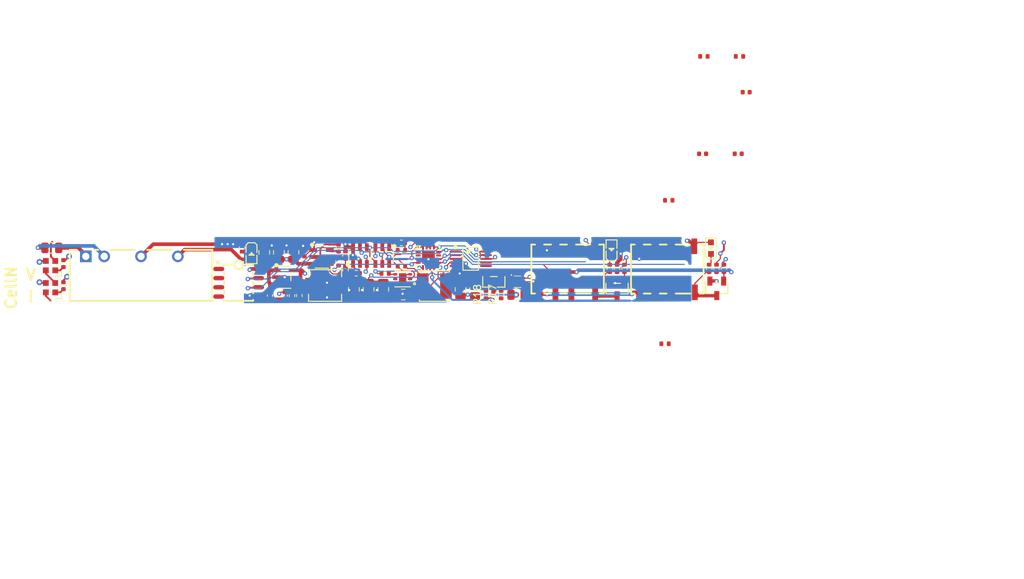
<source format=kicad_pcb>
(kicad_pcb (version 20240108) (generator "pcbnew") (generator_version "8.0")
  (layers (0 "F.Cu" signal) (1 "In1.Cu" signal) (2 "In2.Cu" signal) (31 "B.Cu" signal) (34 "B.Paste" user) (35 "F.Paste" user) (36 "B.SilkS" user "B.Silkscreen") (37 "F.SilkS" user "F.Silkscreen") (38 "B.Mask" user) (39 "F.Mask" user) (44 "Edge.Cuts" user))
  (net 0 "")
  (net 1 "vcc")
  (net 2 "dnc")
  (net 3 "vcc-1")
  (net 4 "gnd")
  (net 5 "gnd-6")
  (net 6 "ldo.regulator-en")
  (net 7 "adc-vcc-1")
  (net 8 "fb")
  (net 9 "adc-vcc")
  (net 10 "vcc-7")
  (net 11 "current_sense.sensor-vcc")
  (net 12 "scl-1")
  (net 13 "sda-1")
  (net 14 "ldo.dac-vout")
  (net 15 "vfb")
  (net 16 "vcc-6")
  (net 17 "buck.regulator-en")
  (net 18 "vbst")
  (net 19 "sw")
  (net 20 "buck.dac-vout")
  (net 21 "dmm_relay.fet-gate")
  (net 22 "dmm_relay.relay-gnd")
  (net 23 "output_relay.fet-gate")
  (net 24 "output_relay.relay-gnd")
  (net 25 "scl")
  (net 26 "sda")
  (net 27 "vcc-3")
  (net 28 "gnd-3")
  (net 29 "load_switch.fet-gate")
  (net 30 "n")
  (net 31 "ldo-enable")
  (net 32 "buck-enable")
  (net 33 "output_relay.indicator_led.resistor-cathode")
  (net 34 "dmm_relay.indicator_led.resistor-cathode")
  (net 35 "isolated_converter.led.resistor-cathode")
  (net 36 "dmm_relay-vcc")
  (net 37 "dmm_relay-gnd")
  (net 38 "p4")
  (net 39 "alert_slash_rdy")
  (net 40 "ain3")
  (net 41 "vcc-2")
  (net 42 "voltage_led.ic-vcc")
  (net 43 "led_data-1")
  (net 44 "gnd-2")
  (net 45 "led_data")
  (net 46 "vcc-5")
  (net 47 "vcc-4")
  (net 48 "out")
  (net 49 "gnd-4")
  (net 50 "gnd-1")
  (net 51 "p0")
  (net 52 "p1")
  (net 53 "dmm_relay_enable")
  (net 54 "input")
  (net 55 "int")
  (net 56 "p7")
  (footprint "lib:C0805" (layer "F.Cu") (at 99.495757 123.043326 -90)
    (property "Reference" "C8" (hide yes))
    (property "Value" "25V 10uF X5R ±10% 0805 Multilayer Ceramic Capacitors MLCC - SMD/SMT ROHS" (hide yes))
  )
  (footprint "lib:IND-SMD_L4.0-W4.0" (layer "F.Cu") (at 110.589385 122.593326)
    (property "Reference" "L2" (hide yes))
    (property "Value" "?" (hide yes))
  )
  (footprint "lib:R0402" (layer "F.Cu") (at 134.7725 120.153092 -90)
    (property "Reference" "R11" (hide yes))
    (property "Value" "62.5mW Thick Film Resistors 50V ±100ppm/℃ ±1% 13kΩ 0402 Chip Resistor - Surface Mount ROHS" (hide yes))
  )
  (footprint "lib:R0402" (layer "F.Cu") (at 97.381825 119.243719 90)
    (property "Reference" "R5" (hide yes))
    (property "Value" "62.5mW Thick Film Resistors 50V ±100ppm/℃ ±1% 10kΩ 0402 Chip Resistor - Surface Mount ROHS" (hide yes))
  )
  (footprint "lib:C0402" (layer "F.Cu") (at 92.666297 118.980787 90)
    (property "Reference" "C5" (hide yes))
    (property "Value" "16V 100nF X7R ±10% 0402 Multilayer Ceramic Capacitors MLCC - SMD/SMT ROHS" (hide yes))
  )
  (footprint "lib:R0805" (layer "F.Cu") (at 122.0725 123.793326)
    (property "Reference" "R10" (hide yes))
    (property "Value" "125mW Thick Film Resistors 150V ±1% 100mΩ 0805 Chip Resistor - Surface Mount ROHS" (hide yes))
  )
  (footprint "lib:R0402" (layer "F.Cu") (at 142.405 130.555)
    (property "Reference" "R24" (hide yes))
    (property "Value" "62.5mW Thick Film Resistors 50V ±100ppm/℃ ±1% 10kΩ 0402 Chip Resistor - Surface Mount ROHS")
  )
  (footprint "lib:R0402" (layer "F.Cu") (at 84.075623 117.326324 90)
    (property "Reference" "R1" (hide yes))
    (property "Value" "62.5mW Thick Film Resistors 50V ±100ppm/℃ ±1% 14kΩ 0402 Chip Resistor - Surface Mount ROHS" (hide yes))
  )
  (footprint "lib:R0402" (layer "F.Cu") (at 106.045561 119.845092 180)
    (property "Reference" "R7" (hide yes))
    (property "Value" "62.5mW Thick Film Resistors 50V ±100ppm/℃ ±1% 60.4kΩ 0402 Chip Resistor - Surface Mount ROHS" (hide yes))
  )
  (footprint "lib:C0402" (layer "F.Cu") (at 152.495 104.335)
    (property "Reference" "C11" (hide yes))
    (property "Value" "16V 100nF X7R ±10% 0402 Multilayer Ceramic Capacitors MLCC - SMD/SMT ROHS")
  )
  (footprint "lib:SOT-563_L1.6-W1.2-P0.50-LS1.6-TL" (layer "F.Cu") (at 122.058832 122.000136)
    (property "Reference" "U7" (hide yes))
    (property "Value" "?" (hide yes))
  )
  (footprint "lib:C0805" (layer "F.Cu") (at 101.525543 123.043326 -90)
    (property "Reference" "C6" (hide yes))
    (property "Value" "25V 10uF X5R ±10% 0805 Multilayer Ceramic Capacitors MLCC - SMD/SMT ROHS" (hide yes))
  )
  (footprint "lib:MSOP-10_L3.0-W3.0-P0.50-LS5.0-BL" (layer "F.Cu") (at 115.6025 118.829092 -90)
    (property "Reference" "U2" (hide yes))
    (property "Value" "?" (hide yes))
  )
  (footprint "lib:C0805" (layer "F.Cu") (at 114.202174 123.043326 90)
    (property "Reference" "C14" (hide yes))
    (property "Value" "25V 10uF X5R ±10% 0805 Multilayer Ceramic Capacitors MLCC - SMD/SMT ROHS" (hide yes))
  )
  (footprint "lib:SOT-23-6_L2.9-W1.6-P0.95-LS2.8-BL" (layer "F.Cu") (at 103.410508 118.383684 180)
    (property "Reference" "U5" (hide yes))
    (property "Value" "?" (hide yes))
  )
  (footprint "lib:R0402" (layer "F.Cu") (at 90.9645 123.909092 -90)
    (property "Reference" "R23" (hide yes))
    (property "Value" "62.5mW Thick Film Resistors 50V ±100ppm/℃ ±1% 6.2kΩ 0402 Chip Resistor - Surface Mount ROHS" (hide yes))
  )
  (footprint "lib:C0402" (layer "F.Cu") (at 89.9485 123.909092 -90)
    (property "Reference" "C18" (hide yes))
    (property "Value" "25V 1uF X5R ±10% 0402 Multilayer Ceramic Capacitors MLCC - SMD/SMT ROHS" (hide yes))
  )
  (footprint "lib:C0402" (layer "F.Cu") (at 59.436 122.53977 90)
    (property "Reference" "C16" (hide yes))
    (property "Value" "16V 100nF X7R ±10% 0402 Multilayer Ceramic Capacitors MLCC - SMD/SMT ROHS" (hide yes))
  )
  (footprint "lib:R0402" (layer "F.Cu") (at 149.5045 120.153092 90)
    (property "Reference" "R16" (hide yes))
    (property "Value" "62.5mW Thick Film Resistors 50V ±100ppm/℃ ±1% 1kΩ 0402 Chip Resistor - Surface Mount ROHS" (hide yes))
  )
  (footprint "lib:C0805" (layer "F.Cu") (at 89.152422 117.943052 90)
    (property "Reference" "C4" (hide yes))
    (property "Value" "25V 10uF X5R ±10% 0805 Multilayer Ceramic Capacitors MLCC - SMD/SMT ROHS" (hide yes))
  )
  (footprint "lib:LED-SMD_4P-L2.0-W2.0-BR" (layer "F.Cu") (at 57.658 122.82177)
    (property "Reference" "U13" (hide yes))
    (property "Value" "?" (hide yes))
  )
  (footprint "lib:R0402" (layer "F.Cu") (at 103.806007 120.867152)
    (property "Reference" "R9" (hide yes))
    (property "Value" "62.5mW Thick Film Resistors 50V ±100ppm/℃ ±1% 10kΩ 0402 Chip Resistor - Surface Mount ROHS" (hide yes))
  )
  (footprint "lib:R0402" (layer "F.Cu") (at 142.915 110.755)
    (property "Reference" "R25" (hide yes))
    (property "Value" "62.5mW Thick Film Resistors 50V ±100ppm/℃ ±1% 10kΩ 0402 Chip Resistor - Surface Mount ROHS")
  )
  (footprint "lib:QFN-16_L3.0-W3.0-P0.50-BL-EP1.7" (layer "F.Cu") (at 109.7725 118.62227 -90)
    (property "Reference" "U10" (hide yes))
    (property "Value" "?" (hide yes))
  )
  (footprint "lib:R0402" (layer "F.Cu") (at 106.044622 117.642321)
    (property "Reference" "R6" (hide yes))
    (property "Value" "62.5mW Thick Film Resistors 50V ±100ppm/℃ ±1% 43kΩ 0402 Chip Resistor - Surface Mount ROHS" (hide yes))
  )
  (footprint "lib:R0402" (layer "F.Cu") (at 106.043596 116.630268 180)
    (property "Reference" "R8" (hide yes))
    (property "Value" "62.5mW Thick Film Resistors 50V ±100ppm/℃ ±1% 10kΩ 0402 Chip Resistor - Surface Mount ROHS" (hide yes))
  )
  (footprint "lib:R0402" (layer "F.Cu") (at 98.3305 118.321092 90)
    (property "Reference" "R4" (hide yes))
    (property "Value" "62.5mW Thick Film Resistors 50V ±100ppm/℃ ±1% 10kΩ 0402 Chip Resistor - Surface Mount ROHS" (hide yes))
  )
  (footprint "lib:R0402" (layer "F.Cu") (at 150.5205 120.153092 -90)
    (property "Reference" "R15" (hide yes))
    (property "Value" "62.5mW Thick Film Resistors 50V ±100ppm/℃ ±1% 10kΩ 0402 Chip Resistor - Surface Mount ROHS" (hide yes))
  )
  (footprint "lib:R0402" (layer "F.Cu") (at 117.703808 123.773484 90)
    (property "Reference" "R18")
    (property "Value" "62.5mW Thick Film Resistors 50V ±100ppm/℃ ±1% 10kΩ 0402 Chip Resistor - Surface Mount ROHS")
  )
  (footprint "lib:LED0603-RD" (layer "F.Cu") (at 148.7425 117.359092 90)
    (property "Reference" "LED3" (hide yes))
    (property "Value" "?" (hide yes))
  )
  (footprint "lib:SOT-23-3_L2.9-W1.3-P1.90-LS2.4-BR" (layer "F.Cu") (at 149.539419 122.905092 90)
    (property "Reference" "Q2" (hide yes))
    (property "Value" "?" (hide yes))
  )
  (footprint "lib:LED0603-RD" (layer "F.Cu") (at 85.3765 118.105092 -90)
    (property "Reference" "LED1" (hide yes))
    (property "Value" "?" (hide yes))
  )
  (footprint "lib:SOT-23-6_L2.9-W1.6-P0.95-LS2.8-BL" (layer "F.Cu") (at 100.329834 118.383684)
    (property "Reference" "U3" (hide yes))
    (property "Value" "?" (hide yes))
  )
  (footprint "lib:R0402" (layer "F.Cu") (at 136.8045 120.153092 -90)
    (property "Reference" "R12" (hide yes))
    (property "Value" "62.5mW Thick Film Resistors 50V ±100ppm/℃ ±1% 10kΩ 0402 Chip Resistor - Surface Mount ROHS" (hide yes))
  )
  (footprint "lib:R0402" (layer "F.Cu") (at 119.80047 123.771681 90)
    (property "Reference" "R17")
    (property "Value" "62.5mW Thick Film Resistors 50V ±100ppm/℃ ±1% 1kΩ 0402 Chip Resistor - Surface Mount ROHS")
  )
  (footprint "lib:R0402" (layer "F.Cu") (at 147.765 90.895)
    (property "Reference" "R20" (hide yes))
    (property "Value" "62.5mW Thick Film Resistors 50V ±100ppm/℃ ±1% 10kΩ 0402 Chip Resistor - Surface Mount ROHS")
  )
  (footprint "lib:R0402" (layer "F.Cu") (at 135.7885 120.153092 90)
    (property "Reference" "R13" (hide yes))
    (property "Value" "62.5mW Thick Film Resistors 50V ±100ppm/℃ ±1% 1kΩ 0402 Chip Resistor - Surface Mount ROHS" (hide yes))
  )
  (footprint "lib:IND-SMD_L4.4-W4.2" (layer "F.Cu") (at 95.520099 122.513326 180)
    (property "Reference" "L1" (hide yes))
    (property "Value" "?" (hide yes))
  )
  (footprint "lib:R0402" (layer "F.Cu") (at 98.3305 120.353092 90)
    (property "Reference" "R3" (hide yes))
    (property "Value" "62.5mW Thick Film Resistors 50V ±100ppm/℃ ±1% 37.4kΩ 0402 Chip Resistor - Surface Mount ROHS" (hide yes))
  )
  (footprint "lib:SOT-23-5_L3.0-W1.7-P0.95-LS2.8-BL" (layer "F.Cu") (at 89.9485 121.369092 -90)
    (property "Reference" "U14" (hide yes))
    (property "Value" "?" (hide yes))
  )
  (footprint "lib:PWRM-TH_BXXXXS-2WR2" (layer "F.Cu") (at 68.8665 118.493326)
    (property "Reference" "U1" (hide yes))
    (property "Value" "?" (hide yes))
  )
  (footprint "lib:C0402" (layer "F.Cu") (at 153.595 95.835)
    (property "Reference" "C10" (hide yes))
    (property "Value" "25V 1uF X5R ±10% 0402 Multilayer Ceramic Capacitors MLCC - SMD/SMT ROHS")
  )
  (footprint "lib:SOT-23-3_L2.9-W1.3-P1.90-LS2.4-BR" (layer "F.Cu") (at 135.7885 122.943326 90)
    (property "Reference" "Q1" (hide yes))
    (property "Value" "?" (hide yes))
  )
  (footprint "lib:R0402" (layer "F.Cu") (at 152.675 90.895)
    (property "Reference" "R21" (hide yes))
    (property "Value" "62.5mW Thick Film Resistors 50V ±100ppm/℃ ±1% 10kΩ 0402 Chip Resistor - Surface Mount ROHS")
  )
  (footprint "lib:C0805" (layer "F.Cu") (at 106.288928 123.763326 180)
    (property "Reference" "C13" (hide yes))
    (property "Value" "25V 10uF X5R ±10% 0805 Multilayer Ceramic Capacitors MLCC - SMD/SMT ROHS" (hide yes))
  )
  (footprint "lib:SOIC-8_L4.9-W3.9-P1.27-LS6.0-TL" (layer "F.Cu") (at 83.5985 122.131092)
    (property "Reference" "U11" (hide yes))
    (property "Value" "?" (hide yes))
  )
  (footprint "lib:C0402" (layer "F.Cu") (at 87.9165 123.909092 -90)
    (property "Reference" "C17" (hide yes))
    (property "Value" "25V 1uF X5R ±10% 0402 Multilayer Ceramic Capacitors MLCC - SMD/SMT ROHS" (hide yes))
  )
  (footprint "lib:C0402" (layer "F.Cu") (at 97.379689 117.351033 90)
    (property "Reference" "C9" (hide yes))
    (property "Value" "16V 100nF X7R ±10% 0402 Multilayer Ceramic Capacitors MLCC - SMD/SMT ROHS" (hide yes))
  )
  (footprint "lib:R0402" (layer "F.Cu") (at 99.807028 120.819835 180)
    (property "Reference" "R2" (hide yes))
    (property "Value" "62.5mW Thick Film Resistors 50V ±100ppm/℃ ±1% 24kΩ 0402 Chip Resistor - Surface Mount ROHS" (hide yes))
  )
  (footprint "lib:R0805" (layer "F.Cu") (at 116.194319 123.041893 90)
    (property "Reference" "R19" (hide yes))
    (property "Value" "125mW Thick Film Resistors 150V ±100ppm/℃ ±1% 226Ω 0805  Chip Resistor - Surface Mount ROHS")
  )
  (footprint "lib:LED-SMD_4P-L2.0-W2.0-BR" (layer "F.Cu") (at 57.658 119.77377)
    (property "Reference" "U12" (hide yes))
    (property "Value" "?" (hide yes))
  )
  (footprint "lib:SOT-23-3_L2.9-W1.3-P1.90-LS2.4-BR" (layer "F.Cu") (at 118.791181 122.009348 90)
    (property "Reference" "Q3" (hide yes))
    (property "Value" "?")
  )
  (footprint "lib:LED0603-RD" (layer "F.Cu") (at 135.0265 117.613092 90)
    (property "Reference" "LED2" (hide yes))
    (property "Value" "?" (hide yes))
  )
  (footprint "lib:C0402" (layer "F.Cu") (at 59.436 119.49177 90)
    (property "Reference" "C15" (hide yes))
    (property "Value" "16V 100nF X7R ±10% 0402 Multilayer Ceramic Capacitors MLCC - SMD/SMT ROHS" (hide yes))
  )
  (footprint "lib:C0402" (layer "F.Cu") (at 147.585 104.335)
    (property "Reference" "C12" (hide yes))
    (property "Value" "50V 10nF X7R ±10% 0402 Multilayer Ceramic Capacitors MLCC - SMD/SMT ROHS")
  )
  (footprint "lib:C0805" (layer "F.Cu") (at 57.8325 117.320092 180)
    (property "Reference" "C1" (hide yes))
    (property "Value" "50V 2.2uF X5R ±10% 0805  Multilayer Ceramic Capacitors MLCC - SMD/SMT ROHS" (hide yes))
  )
  (footprint "lib:RELAY-SMD_HFD4-5-SR" (layer "F.Cu") (at 142.6765 120.275092 180)
    (property "Reference" "U9" (hide yes))
    (property "Value" "?" (hide yes))
  )
  (footprint "lib:WSON-6_L2.0-W2.0-P0.65-TL-EP" (layer "F.Cu") (at 106.2185 121.623092 180)
    (property "Reference" "U6" (hide yes))
    (property "Value" "?" (hide yes))
  )
  (footprint "lib:C0805" (layer "F.Cu") (at 103.546083 123.043326 -90)
    (property "Reference" "C7" (hide yes))
    (property "Value" "25V 10uF X5R ±10% 0805 Multilayer Ceramic Capacitors MLCC - SMD/SMT ROHS" (hide yes))
  )
  (footprint "lib:R0402" (layer "F.Cu") (at 91.9805 123.909092 -90)
    (property "Reference" "R22" (hide yes))
    (property "Value" "62.5mW Thick Film Resistors 50V ±100ppm/℃ ±1% 11.5kΩ 0402 Chip Resistor - Surface Mount ROHS" (hide yes))
  )
  (footprint "lib:R0402" (layer "F.Cu") (at 148.4885 120.153092 -90)
    (property "Reference" "R14" (hide yes))
    (property "Value" "62.5mW Thick Film Resistors 50V ±100ppm/℃ ±1% 13kΩ 0402 Chip Resistor - Surface Mount ROHS" (hide yes))
  )
  (footprint "lib:C0805" (layer "F.Cu") (at 91.160144 117.941469 90)
    (property "Reference" "C3" (hide yes))
    (property "Value" "25V 10uF X5R ±10% 0805 Multilayer Ceramic Capacitors MLCC - SMD/SMT ROHS" (hide yes))
  )
  (footprint "lib:RELAY-SMD_HFD4-5-SR" (layer "F.Cu") (at 128.9305 120.275092 180)
    (property "Reference" "U8" (hide yes))
    (property "Value" "?" (hide yes))
  )
  (footprint "lib:C0805" (layer "F.Cu") (at 87.132314 117.941541 90)
    (property "Reference" "C2" (hide yes))
    (property "Value" "25V 10uF X5R ±10% 0805 Multilayer Ceramic Capacitors MLCC - SMD/SMT ROHS" (hide yes))
  )
  (footprint "lib:SOT-23-6_L2.9-W1.6-P0.95-LS2.8-BL" (layer "F.Cu") (at 95.0285 118.575092 -90)
    (property "Reference" "U4" (hide yes))
    (property "Value" "?" (hide yes))
  )
  (gr_text "I" (at 54.356 124.968 0) (layer "F.SilkS") (effects (font (size 1.5 1.5) (thickness 0.3) (bold yes)) (justify left bottom)))
  (gr_text "V" (at 54.102 121.92 0) (layer "F.SilkS") (effects (font (size 1.5 1.5) (thickness 0.3) (bold yes)) (justify left bottom)))
  (gr_text "CellN" (at 53.086 125.984 90) (layer "F.SilkS") (effects (font (size 1.5 1.5) (thickness 0.3) (bold yes)) (justify left bottom)))
  (segment (start 62.5165 118.493326) (end 62.5165 118.321092) (width 0.5) (layer "F.Cu") (net 1))
  (segment (start 61.4855 117.320092) (end 58.7825 117.320092) (width 0.5) (layer "F.Cu") (net 1))
  (segment (start 61.5005 117.305092) (end 61.4855 117.320092) (width 0.5) (layer "F.Cu") (net 1))
  (segment (start 62.5165 118.321092) (end 61.5005 117.305092) (width 0.5) (layer "F.Cu") (net 1))
  (segment (start 127.2905 121.307092) (end 127.2905 123.455092) (width 0.15) (layer "F.Cu") (net 3))
  (segment (start 130.2005 120.661092) (end 128.1685 120.661092) (width 0.5) (layer "F.Cu") (net 3))
  (segment (start 125.6125 119.629092) (end 127.2905 121.307092) (width 0.15) (layer "F.Cu") (net 3))
  (segment (start 128.1685 120.661092) (end 127.2905 121.539092) (width 0.5) (layer "F.Cu") (net 3))
  (segment (start 127.2905 121.539092) (end 127.2905 123.455092) (width 0.5) (layer "F.Cu") (net 3))
  (via (at 130.2005 120.661092) (size 0.6) (drill 0.3) (layers "F.Cu" "B.Cu") (net 3))
  (via (at 151.5365 120.661092) (size 0.6) (drill 0.3) (layers "F.Cu" "B.Cu") (net 3))
  (segment (start 151.2825 120.407092) (end 151.5365 120.661092) (width 0.5) (layer "B.Cu") (net 3))
  (segment (start 130.2005 120.661092) (end 130.4545 120.407092) (width 0.5) (layer "B.Cu") (net 3))
  (segment (start 130.4545 120.407092) (end 151.2825 120.407092) (width 0.5) (layer "B.Cu") (net 3))
  (segment (start 56.8675 117.305092) (end 56.8825 117.320092) (width 0.5) (layer "F.Cu") (net 4))
  (segment (start 55.9125 117.305092) (end 56.8675 117.305092) (width 0.5) (layer "F.Cu") (net 4))
  (via (at 55.9125 117.305092) (size 0.6) (drill 0.3) (layers "F.Cu" "B.Cu") (net 4))
  (segment (start 61.5005 117.051092) (end 56.1665 117.051092) (width 0.5) (layer "B.Cu") (net 4))
  (segment (start 56.1665 117.051092) (end 55.9125 117.305092) (width 0.5) (layer "B.Cu") (net 4))
  (segment (start 65.0565 118.493326) (end 63.614266 117.051092) (width 0.5) (layer "B.Cu") (net 4))
  (segment (start 63.614266 117.051092) (end 61.5005 117.051092) (width 0.5) (layer "B.Cu") (net 4))
  (segment (start 105.372266 123.993326) (end 99.495757 123.993326) (width 0.5) (layer "F.Cu") (net 5))
  (segment (start 104.4265 119.591092) (end 104.4265 118.642092) (width 0.15) (layer "F.Cu") (net 5))
  (segment (start 114.5775 118.157193) (end 114.5775 118.500991) (width 0.15) (layer "F.Cu") (net 5))
  (segment (start 135.292734 121.943326) (end 135.5345 122.185092) (width 0.15) (layer "F.Cu") (net 5))
  (segment (start 102.6485 123.763326) (end 102.6485 123.147092) (width 0.5) (layer "F.Cu") (net 5))
  (segment (start 114.295364 122.000136) (end 114.202174 122.093326) (width 0.15) (layer "F.Cu") (net 5))
  (segment (start 104.369092 119.533684) (end 104.4265 119.591092) (width 0.15) (layer "F.Cu") (net 5))
  (segment (start 103.410508 117.233684) (end 103.410508 117.3051) (width 0.15) (layer "F.Cu") (net 5))
  (segment (start 109.7725 118.62227) (end 109.0225 117.87227) (width 0.15) (layer "F.Cu") (net 5))
  (segment (start 103.546083 123.993326) (end 102.8785 123.993326) (width 0.15) (layer "F.Cu") (net 5))
  (segment (start 91.160072 116.991541) (end 91.160144 116.991469) (width 0.15) (layer "F.Cu") (net 5))
  (segment (start 98.767092 117.233684) (end 98.3305 116.797092) (width 0.5) (layer "F.Cu") (net 5))
  (segment (start 107.2485 120.973092) (end 106.8685 120.973092) (width 0.15) (layer "F.Cu") (net 5))
  (segment (start 101.462734 123.993326) (end 100.6165 123.993326) (width 0.5) (layer "F.Cu") (net 5))
  (segment (start 114.5775 118.500991) (end 114.249399 118.829092) (width 0.15) (layer "F.Cu") (net 5))
  (segment (start 109.7725 118.62227) (end 109.5225 118.87227) (width 0.15) (layer "F.Cu") (net 5))
  (segment (start 92.428877 116.991469) (end 92.4885 117.051092) (width 0.15) (layer "F.Cu") (net 5))
  (segment (start 109.7725 118.896092) (end 109.7725 118.48227) (width 0.15) (layer "F.Cu") (net 5))
  (segment (start 106.2185 123.147092) (end 106.2185 123.641092) (width 0.5) (layer "F.Cu") (net 5))
  (segment (start 103.6645 117.559092) (end 103.6645 117.878802) (width 0.15) (layer "F.Cu") (net 5))
  (segment (start 100.329834 119.042354) (end 100.11441 118.82693) (width 0.5) (layer "F.Cu") (net 5))
  (segment (start 104.4265 118.642092) (end 104.3595 118.575092) (width 0.15) (layer "F.Cu") (net 5))
  (segment (start 99.725757 123.763326) (end 99.495757 123.993326) (width 0.15) (layer "F.Cu") (net 5))
  (segment (start 114.249399 117.829092) (end 114.5775 118.157193) (width 0.15) (layer "F.Cu") (net 5))
  (segment (start 89.152422 116.993052) (end 90.200989 116.993052) (width 0.15) (layer "F.Cu") (net 5))
  (segment (start 87.132314 116.991541) (end 86.706051 116.991541) (width 0.15) (layer "F.Cu") (net 5))
  (segment (start 92.666297 118.500787) (end 93.541992 117.625092) (width 0.15) (layer "F.Cu") (net 5))
  (segment (start 82.0745 116.816324) (end 82.0745 116.809092) (width 0.5) (layer "F.Cu") (net 5))
  (segment (start 95.7905 124.163092) (end 95.7905 122.131092) (width 0.25) (layer "F.Cu") (net 5))
  (segment (start 106.096266 123.763326) (end 106.2045 123.655092) (width 0.15) (layer "F.Cu") (net 5))
  (segment (start 114.256206 118.829092) (end 114.929353 119.502239) (width 0.15) (layer "F.Cu") (net 5))
  (segment (start 86.595865 116.455092) (end 87.132314 116.991541) (width 0.5) (layer "F.Cu") (net 5))
  (segment (start 87.132314 116.991541) (end 88.1705 116.991541) (width 0.15) (layer "F.Cu") (net 5))
  (segment (start 109.0225 117.87227) (end 109.0225 117.21227) (width 0.15) (layer "F.Cu") (net 5))
  (segment (start 113.4925 118.829092) (end 114.256206 118.829092) (width 0.15) (layer "F.Cu") (net 5))
  (segment (start 82.0745 116.816324) (end 84.075623 116.816324) (width 0.5) (layer "F.Cu") (net 5))
  (segment (start 99.30678 123.804349) (end 98.8385 123.336069) (width 0.5) (layer "F.Cu") (net 5))
  (segment (start 105.338928 123.763326) (end 99.725757 123.763326) (width 0.15) (layer "F.Cu") (net 5))
  (segment (start 135.7885 119.643092) (end 135.7885 119.373093) (width 0.5) (layer "F.Cu") (net 5))
  (segment (start 103.6645 117.878802) (end 104.3595 118.573802) (width 0.15) (layer "F.Cu") (net 5))
  (segment (start 138.8365 117.105092) (end 138.8365 118.821092) (width 0.5) (layer "F.Cu") (net 5))
  (segment (start 104.3595 118.573802) (end 104.3595 118.575092) (width 0.15) (layer "F.Cu") (net 5))
  (segment (start 70.1365 118.493326) (end 71.813502 116.816324) (width 0.5) (layer "F.Cu") (net 5))
  (segment (start 107.476745 118.71227) (end 107.476745 117.843319) (width 0.15) (layer "F.Cu") (net 5))
  (segment (start 95.7905 124.163092) (end 95.960266 123.993326) (width 0.25) (layer "F.Cu") (net 5))
  (segment (start 99.495757 123.804349) (end 99.30678 123.804349) (width 0.5) (layer "F.Cu") (net 5))
  (segment (start 106.2185 123.641092) (end 106.2045 123.655092) (width 0.5) (layer "F.Cu") (net 5))
  (segment (start 71.813502 116.816324) (end 81.3125 116.816324) (width 0.5) (layer "F.Cu") (net 5))
  (segment (start 94.0125 117.491092) (end 93.8785 117.625092) (width 0.25) (layer "F.Cu") (net 5))
  (segment (start 113.4925 117.829092) (end 114.249399 117.829092) (width 0.15) (layer "F.Cu") (net 5))
  (segment (start 106.8685 120.973092) (end 106.2185 121.623092) (width 0.15) (layer "F.Cu") (net 5))
  (segment (start 88.7985 121.369092) (end 89.9485 121.369092) (width 0.5) (layer "F.Cu") (net 5))
  (segment (start 107.476745 117.843319) (end 108.107794 117.21227) (width 0.15) (layer "F.Cu") (net 5))
  (segment (start 99.495757 123.993326) (end 99.495757 123.804349) (width 0.15) (layer "F.Cu") (net 5))
  (segment (start 102.8785 123.993326) (end 102.6485 123.763326) (width 0.15) (layer "F.Cu") (net 5))
  (segment (start 99.379834 117.233684) (end 99.379834 118.287758) (width 0.5) (layer "F.Cu") (net 5))
  (segment (start 125.641408 117.656) (end 125.0905 117.105092) (width 0.25) (layer "F.Cu") (net 5))
  (segment (start 109.0225 117.73227) (end 109.0225 117.21227) (width 0.15) (layer "F.Cu") (net 5))
  (segment (start 109.5225 118.87227) (end 109.5225 120.03227) (width 0.15) (layer "F.Cu") (net 5))
  (segment (start 99.379834 118.287758) (end 99.3465 118.321092) (width 0.5) (layer "F.Cu") (net 5))
  (segment (start 114.202174 120.984766) (end 114.0785 120.861092) (width 0.15) (layer "F.Cu") (net 5))
  (segment (start 88.1705 116.991541) (end 90.2025 116.991541) (width 0.5) (layer "F.Cu") (net 5))
  (segment (start 90.2025 116.991541) (end 91.160072 116.991541) (width 0.5) (layer "F.Cu") (net 5))
  (segment (start 107.476745 118.71227) (end 107.336403 118.852612) (width 0.15) (layer "F.Cu") (net 5))
  (segment (start 100.329834 119.533684) (end 100.329834 119.042354) (width 0.5) (layer "F.Cu") (net 5))
  (segment (start 81.3125 116.816324) (end 81.3125 116.809092) (width 0.5) (layer "F.Cu") (net 5))
  (segment (start 98.8385 123.336069) (end 98.8385 123.147092) (width 0.5) (layer "F.Cu") (net 5))
  (segment (start 124.19846 122.000136) (end 122.858832 122.000136) (width 0.15) (layer "F.Cu") (net 5))
  (segment (start 126.104 117.656) (end 125.641408 117.656) (width 0.25) (layer "F.Cu") (net 5))
  (segment (start 106.2185 123.147092) (end 105.372266 123.993326) (width 0.5) (layer "F.Cu") (net 5))
  (segment (start 87.3805 124.389092) (end 87.9165 124.389092) (width 0.5) (layer "F.Cu") (net 5))
  (segment (start 86.3385 124.041092) (end 87.0325 124.041092) (width 0.5) (layer "F.Cu") (net 5))
  (segment (start 124.24507 121.953526) (end 124.19846 122.000136) (width 0.15) (layer "F.Cu") (net 5))
  (segment (start 135.7885 119.373093) (end 136.2965 118.865093) (width 0.5) (layer "F.Cu") (net 5))
  (segment (start 93.541992 117.625092) (end 93.8785 117.625092) (width 0.15) (layer "F.Cu") (net 5))
  (segment (start 108.107794 117.21227) (end 109.0225 117.21227) (width 0.15) (layer "F.Cu") (net 5))
  (segment (start 81.3125 116.816324) (end 82.0745 116.816324) (width 0.5) (layer "F.Cu") (net 5))
  (segment (start 84.436855 116.455092) (end 86.595865 116.455092) (width 0.5) (layer "F.Cu") (net 5))
  (segment (start 84.075623 116.816324) (end 84.436855 116.455092) (width 0.5) (layer "F.Cu") (net 5))
  (segment (start 91.160144 116.991469) (end 92.428877 116.991469) (width 0.5) (layer "F.Cu") (net 5))
  (segment (start 106.2185 121.623092) (end 106.2185 123.147092) (width 0.5) (layer "F.Cu") (net 5))
  (segment (start 107.336403 118.852612) (end 106.552552 118.852612) (width 0.15) (layer "F.Cu") (net 5))
  (segment (start 99.379834 117.233684) (end 98.767092 117.233684) (width 0.5) (layer "F.Cu") (net 5))
  (segment (start 87.9465 124.419092) (end 90.9645 124.419092) (width 0.5) (layer "F.Cu") (net 5))
  (segment (start 100.6165 123.993326) (end 100.6165 123.147092) (width 0.5) (layer "F.Cu") (net 5))
  (segment (start 105.338928 123.763326) (end 106.096266 123.763326) (width 0.15) (layer "F.Cu") (net 5))
  (segment (start 101.525543 123.993326) (end 101.462734 123.993326) (width 0.15) (layer "F.Cu") (net 5))
  (segment (start 114.249399 118.829092) (end 113.4925 118.829092) (width 0.15) (layer "F.Cu") (net 5))
  (segment (start 86.3385 124.041092) (end 85.2545 124.041092) (width 0.5) (layer "F.Cu") (net 5))
  (segment (start 105.533596 116.630268) (end 105.327012 116.423684) (width 0.15) (layer "F.Cu") (net 5))
  (segment (start 104.360508 119.533684) (end 104.369092 119.533684) (width 0.15) (layer "F.Cu") (net 5))
  (segment (start 114.202174 122.093326) (end 114.202174 120.984766) (width 0.15) (layer "F.Cu") (net 5))
  (segment (start 94.0125 116.543092) (end 94.0125 117.491092) (width 0.25) (layer "F.Cu") (net 5))
  (segment (start 103.410508 116.963684) (end 103.950508 116.423684) (width 0.15) (layer "F.Cu") (net 5))
  (segment (start 136.2965 118.865093) (end 136.2965 118.121092) (width 0.5) (layer "F.Cu") (net 5))
  (segment (start 109.7725 118.48227) (end 109.0225 117.73227) (width 0.15) (layer "F.Cu") (net 5))
  (segment (start 87.0325 124.041092) (end 87.3805 124.389092) (width 0.5) (layer "F.Cu") (net 5))
  (segment (start 95.960266 123.993326) (end 99.495757 123.993326) (width 0.25) (layer "F.Cu") (net 5))
  (segment (start 103.410508 116.963684) (end 103.410508 117.233684) (width 0.15) (layer "F.Cu") (net 5))
  (segment (start 103.410508 117.3051) (end 103.6645 117.559092) (width 0.15) (layer "F.Cu") (net 5))
  (segment (start 87.9165 124.389092) (end 87.9465 124.419092) (width 0.5) (layer "F.Cu") (net 5))
  (segment (start 90.200989 116.993052) (end 90.2025 116.991541) (width 0.15) (layer "F.Cu") (net 5))
  (segment (start 85.2545 124.041092) (end 85.1225 123.909092) (width 0.5) (layer "F.Cu") (net 5))
  (segment (start 134.8385 121.943326) (end 135.292734 121.943326) (width 0.15) (layer "F.Cu") (net 5))
  (segment (start 105.327012 116.423684) (end 103.950508 116.423684) (width 0.15) (layer "F.Cu") (net 5))
  (segment (start 98.3305 117.811092) (end 98.3305 116.797092) (width 0.5) (layer "F.Cu") (net 5))
  (via (at 98.8385 123.147092) (size 0.6) (drill 0.3) (layers "F.Cu" "B.Cu") (net 5))
  (via (at 150.5205 116.597092) (size 0.6) (drill 0.3) (layers "F.Cu" "B.Cu") (net 5))
  (via (at 82.8365 116.816324) (size 0.6) (drill 0.3) (layers "F.Cu" "B.Cu") (net 5))
  (via (at 114.929353 119.502239) (size 0.6) (drill 0.3) (layers "F.Cu" "B.Cu") (net 5))
  (via (at 126.104 117.656) (size 0.6) (drill 0.3) (layers "F.Cu" "B.Cu") (net 5))
  (via (at 104.3595 118.575092) (size 0.6) (drill 0.3) (layers "F.Cu" "B.Cu") (net 5))
  (via (at 85.1225 123.909092) (size 0.6) (drill 0.3) (layers "F.Cu" "B.Cu") (net 5))
  (via (at 107.476745 118.71227) (size 0.6) (drill 0.3) (layers "F.Cu" "B.Cu") (net 5))
  (via (at 100.11441 118.82693) (size 0.6) (drill 0.3) (layers "F.Cu" "B.Cu") (net 5))
  (via (at 90.2025 116.991541) (size 0.6) (drill 0.3) (layers "F.Cu" "B.Cu") (net 5))
  (via (at 92.4885 117.051092) (size 0.6) (drill 0.3) (layers "F.Cu" "B.Cu") (net 5))
  (via (at 99.3465 118.321092) (size 0.6) (drill 0.3) (layers "F.Cu" "B.Cu") (net 5))
  (via (at 102.6485 123.147092) (size 0.6) (drill 0.3) (layers "F.Cu" "B.Cu") (net 5))
  (via (at 100.6165 123.147092) (size 0.6) (drill 0.3) (layers "F.Cu" "B.Cu") (net 5))
  (via (at 109.7725 118.896092) (size 0.6) (drill 0.3) (layers "F.Cu" "B.Cu") (net 5))
  (via (at 114.0785 120.861092) (size 0.6) (drill 0.3) (layers "F.Cu" "B.Cu") (net 5))
  (via (at 94.0125 116.543092) (size 0.6) (drill 0.3) (layers "F.Cu" "B.Cu") (net 5))
  (via (at 138.8365 118.821092) (size 0.6) (drill 0.3) (layers "F.Cu" "B.Cu") (net 5))
  (via (at 98.3305 116.797092) (size 0.6) (drill 0.3) (layers "F.Cu" "B.Cu") (net 5))
  (via (at 88.1705 116.991541) (size 0.6) (drill 0.3) (layers "F.Cu" "B.Cu") (net 5))
  (via (at 95.7905 122.131092) (size 0.6) (drill 0.3) (layers "F.Cu" "B.Cu") (net 5))
  (via (at 106.2045 123.655092) (size 0.6) (drill 0.3) (layers "F.Cu" "B.Cu") (net 5))
  (via (at 81.3125 116.809092) (size 0.6) (drill 0.3) (layers "F.Cu" "B.Cu") (net 5))
  (via (at 124.24507 121.953526) (size 0.6) (drill 0.3) (layers "F.Cu" "B.Cu") (net 5))
  (via (at 136.2965 118.121092) (size 0.6) (drill 0.3) (layers "F.Cu" "B.Cu") (net 5))
  (via (at 89.9485 121.369092) (size 0.6) (drill 0.3) (layers "F.Cu" "B.Cu") (net 5))
  (via (at 95.7905 124.163092) (size 0.6) (drill 0.3) (layers "F.Cu" "B.Cu") (net 5))
  (via (at 82.0745 116.809092) (size 0.6) (drill 0.3) (layers "F.Cu" "B.Cu") (net 5))
  (via (at 135.5345 122.185092) (size 0.6) (drill 0.3) (layers "F.Cu" "B.Cu") (net 5))
  (segment (start 87.988051 116.809092) (end 88.1705 116.991541) (width 0.5) (layer "B.Cu") (net 5))
  (segment (start 81.3125 116.809092) (end 87.988051 116.809092) (width 0.5) (layer "B.Cu") (net 5))
  (segment (start 104.421947 120.973092) (end 104.316007 120.867152) (width 0.15) (layer "F.Cu") (net 6))
  (segment (start 105.1885 120.973092) (end 104.421947 120.973092) (width 0.15) (layer "F.Cu") (net 6))
  (segment (start 108.424919 122.577335) (end 107.238928 123.763326) (width 0.25) (layer "F.Cu") (net 7))
  (segment (start 107.2485 123.753754) (end 107.238928 123.763326) (width 0.25) (layer "F.Cu") (net 7))
  (segment (start 105.568617 118.84795) (end 105.568617 118.858148) (width 0.15) (layer "F.Cu") (net 7))
  (segment (start 112.753266 120.568326) (end 113.4925 119.829092) (width 0.15) (layer "F.Cu") (net 7))
  (segment (start 106.878561 120.168092) (end 107.7975 120.168092) (width 0.15) (layer "F.Cu") (net 7))
  (segment (start 111.114385 120.568326) (end 111.6 120.568326) (width 0.15) (layer "F.Cu") (net 7))
  (segment (start 105.568617 118.858148) (end 106.555561 119.845092) (width 0.15) (layer "F.Cu") (net 7))
  (segment (start 108.989385 121.103977) (end 108.989385 122.577335) (width 0.15) (layer "F.Cu") (net 7))
  (segment (start 107.2485 122.273092) (end 107.2485 123.753754) (width 0.25) (layer "F.Cu") (net 7))
  (segment (start 106.555561 119.845092) (end 106.878561 120.168092) (width 0.15) (layer "F.Cu") (net 7))
  (segment (start 107.7975 120.168092) (end 108.989385 121.359977) (width 0.15) (layer "F.Cu") (net 7))
  (segment (start 111.114385 121.485615) (end 111.114385 120.568326) (width 0.15) (layer "F.Cu") (net 7))
  (segment (start 108.989385 121.359977) (end 108.989385 122.593326) (width 0.15) (layer "F.Cu") (net 7))
  (segment (start 110.006674 122.593326) (end 111.114385 121.485615) (width 0.15) (layer "F.Cu") (net 7))
  (segment (start 108.989385 122.593326) (end 110.006674 122.593326) (width 0.15) (layer "F.Cu") (net 7))
  (segment (start 108.989385 122.577335) (end 108.424919 122.577335) (width 0.25) (layer "F.Cu") (net 7))
  (segment (start 111.6 120.568326) (end 112.753266 120.568326) (width 0.15) (layer "F.Cu") (net 7))
  (segment (start 107.8285 120.784625) (end 107.8285 121.168092) (width 0.15) (layer "F.Cu") (net 8))
  (segment (start 107.8285 121.168092) (end 107.3735 121.623092) (width 0.15) (layer "F.Cu") (net 8))
  (segment (start 107.3735 121.623092) (end 107.2485 121.623092) (width 0.15) (layer "F.Cu") (net 8))
  (segment (start 105.272271 118.237321) (end 104.9345 118.575092) (width 0.15) (layer "F.Cu") (net 8))
  (segment (start 107.561967 120.518092) (end 107.8285 120.784625) (width 0.15) (layer "F.Cu") (net 8))
  (segment (start 107.4155 121.623092) (end 107.2485 121.623092) (width 0.15) (layer "F.Cu") (net 8))
  (segment (start 106.554622 117.642321) (end 105.959622 118.237321) (width 0.15) (layer "F.Cu") (net 8))
  (segment (start 104.9345 119.244031) (end 105.535561 119.845092) (width 0.15) (layer "F.Cu") (net 8))
  (segment (start 105.959622 118.237321) (end 105.272271 118.237321) (width 0.15) (layer "F.Cu") (net 8))
  (segment (start 106.554535 116.836818) (end 106.554535 117.847845) (width 0.15) (layer "F.Cu") (net 8))
  (segment (start 104.9345 118.575092) (end 104.9345 119.244031) (width 0.15) (layer "F.Cu") (net 8))
  (segment (start 106.208561 120.518092) (end 105.535561 119.845092) (width 0.15) (layer "F.Cu") (net 8))
  (segment (start 105.558495 119.845092) (end 105.57534 119.845092) (width 0.15) (layer "F.Cu") (net 8))
  (segment (start 107.561967 120.518092) (end 106.208561 120.518092) (width 0.15) (layer "F.Cu") (net 8))
  (segment (start 106.555561 117.848871) (end 106.551561 117.848871) (width 0.15) (layer "F.Cu") (net 8))
  (segment (start 106.554535 117.847845) (end 106.555561 117.848871) (width 0.15) (layer "F.Cu") (net 8))
  (segment (start 98.3305 120.863092) (end 98.3305 121.732925) (width 0.5) (layer "F.Cu") (net 9))
  (segment (start 98.3305 121.732925) (end 97.550099 122.513326) (width 0.5) (layer "F.Cu") (net 9))
  (segment (start 112.735601 119.329092) (end 113.4925 119.329092) (width 0.15) (layer "F.Cu") (net 9))
  (segment (start 99.075757 122.513326) (end 99.495757 122.093326) (width 0.15) (layer "F.Cu") (net 9))
  (segment (start 97.970099 122.093326) (end 103.546083 122.093326) (width 0.5) (layer "F.Cu") (net 9))
  (segment (start 101.525543 122.093326) (end 101.525543 121.476049) (width 0.15) (layer "F.Cu") (net 9))
  (segment (start 101.525543 121.476049) (end 101.8865 121.115092) (width 0.15) (layer "F.Cu") (net 9))
  (segment (start 103.725849 122.273092) (end 103.546083 122.093326) (width 0.25) (layer "F.Cu") (net 9))
  (segment (start 99.3485 121.946069) (end 99.495757 122.093326) (width 0.25) (layer "F.Cu") (net 9))
  (segment (start 112.4075 119.738092) (end 112.4075 119.657193) (width 0.15) (layer "F.Cu") (net 9))
  (segment (start 105.1885 122.273092) (end 103.725849 122.273092) (width 0.25) (layer "F.Cu") (net 9))
  (segment (start 112.203198 119.942394) (end 112.4075 119.738092) (width 0.15) (layer "F.Cu") (net 9))
  (segment (start 112.203198 119.990539) (end 112.203198 119.942394) (width 0.15) (layer "F.Cu") (net 9))
  (segment (start 97.550099 122.513326) (end 97.970099 122.093326) (width 0.5) (layer "F.Cu") (net 9))
  (segment (start 112.4075 119.657193) (end 112.735601 119.329092) (width 0.15) (layer "F.Cu") (net 9))
  (via (at 112.203198 119.990539) (size 0.6) (drill 0.3) (layers "F.Cu" "B.Cu") (net 9))
  (via (at 101.8865 121.115092) (size 0.6) (drill 0.3) (layers "F.Cu" "B.Cu") (net 9))
  (segment (start 109.714387 121.161827) (end 110.051214 120.825) (width 0.15) (layer "B.Cu") (net 9))
  (segment (start 110.52756 120.825) (end 110.70256 121) (width 0.15) (layer "B.Cu") (net 9))
  (segment (start 111.6 121) (end 112.203198 120.396802) (width 0.15) (layer "B.Cu") (net 9))
  (segment (start 109.630908 121.369092) (end 109.714387 121.285613) (width 0.15) (layer "B.Cu") (net 9))
  (segment (start 110.70256 121) (end 111.6 121) (width 0.15) (layer "B.Cu") (net 9))
  (segment (start 101.8865 121.115092) (end 102.1405 121.369092) (width 0.15) (layer "B.Cu") (net 9))
  (segment (start 112.203198 120.396802) (end 112.203198 119.990539) (width 0.15) (layer "B.Cu") (net 9))
  (segment (start 109.714387 121.285613) (end 109.714387 121.161827) (width 0.15) (layer "B.Cu") (net 9))
  (segment (start 102.1405 121.369092) (end 109.630908 121.369092) (width 0.15) (layer "B.Cu") (net 9))
  (segment (start 110.051214 120.825) (end 110.52756 120.825) (width 0.15) (layer "B.Cu") (net 9))
  (segment (start 109.4375 116.60727) (end 109.5225 116.69227) (width 0.15) (layer "F.Cu") (net 10))
  (segment (start 92.1385 122.989092) (end 92.1385 120.577092) (width 0.5) (layer "F.Cu") (net 10))
  (segment (start 86.3385 120.231092) (end 85.2445 120.231092) (width 0.5) (layer "F.Cu") (net 10))
  (segment (start 107.899621 116.60727) (end 109.4375 116.60727) (width 0.15) (layer "F.Cu") (net 10))
  (segment (start 91.0985 120.419092) (end 91.9805 120.419092) (width 0.5) (layer "F.Cu") (net 10))
  (segment (start 89.9485 123.429092) (end 89.4125 123.429092) (width 0.15) (layer "F.Cu") (net 10))
  (segment (start 91.9805 123.147092) (end 92.1385 122.989092) (width 0.5) (layer "F.Cu") (net 10))
  (segment (start 102.460508 118.451655) (end 102.460508 117.233684) (width 0.15) (layer "F.Cu") (net 10))
  (segment (start 122.858832 121.500136) (end 123.573453 121.500136) (width 0.15) (layer "F.Cu") (net 10))
  (segment (start 92.3005 120.419092) (end 91.9805 120.419092) (width 0.5) (layer "F.Cu") (net 10))
  (segment (start 92.1385 120.577092) (end 91.9805 120.419092) (width 0.5) (layer "F.Cu") (net 10))
  (segment (start 102.463945 118.455092) (end 102.460508 118.451655) (width 0.15) (layer "F.Cu") (net 10))
  (segment (start 110.0225 117.21227) (end 109.5225 117.21227) (width 0.15) (layer "F.Cu") (net 10))
  (segment (start 101.279834 119.533684) (end 101.279834 120.451758) (width 0.15) (layer "F.Cu") (net 10))
  (segment (start 89.4125 123.429092) (end 89.1865 123.655092) (width 0.15) (layer "F.Cu") (net 10))
  (segment (start 123.573453 121.500136) (end 123.7425 121.331089) (width 0.15) (layer "F.Cu") (net 10))
  (segment (start 101.279834 118.715412) (end 101.123708 118.559286) (width 0.15) (layer "F.Cu") (net 10))
  (segment (start 85.2445 120.231092) (end 85.1225 120.353092) (width 0.5) (layer "F.Cu") (net 10))
  (segment (start 101.279834 119.533684) (end 101.279834 118.715412) (width 0.15) (layer "F.Cu") (net 10))
  (segment (start 92.7425 120.861092) (end 92.3005 120.419092) (width 0.5) (layer "F.Cu") (net 10))
  (segment (start 107.294621 117.21227) (end 107.899621 116.60727) (width 0.15) (layer "F.Cu") (net 10))
  (segment (start 109.5225 116.69227) (end 109.5225 117.21227) (width 0.15) (layer "F.Cu") (net 10))
  (segment (start 101.279834 120.451758) (end 101.1245 120.607092) (width 0.15) (layer "F.Cu") (net 10))
  (via (at 85.1225 120.353092) (size 0.6) (drill 0.3) (layers "F.Cu" "B.Cu") (net 10))
  (via (at 92.7425 120.861092) (size 0.6) (drill 0.3) (layers "F.Cu" "B.Cu") (net 10))
  (via (at 101.1245 120.607092) (size 0.6) (drill 0.3) (layers "F.Cu" "B.Cu") (net 10))
  (via (at 107.294621 117.21227) (size 0.6) (drill 0.3) (layers "F.Cu" "B.Cu") (net 10))
  (via (at 123.7425 121.331089) (size 0.6) (drill 0.3) (layers "F.Cu" "B.Cu") (net 10))
  (via (at 102.463945 118.455092) (size 0.6) (drill 0.3) (layers "F.Cu" "B.Cu") (net 10))
  (via (at 89.1865 123.655092) (size 0.6) (drill 0.3) (layers "F.Cu" "B.Cu") (net 10))
  (via (at 101.123708 118.559286) (size 0.6) (drill 0.3) (layers "F.Cu" "B.Cu") (net 10))
  (segment (start 125.3445 123.709092) (end 125.0905 123.455092) (width 0.5) (layer "F.Cu") (net 11))
  (segment (start 126.1365 123.709092) (end 125.3445 123.709092) (width 0.5) (layer "F.Cu") (net 11))
  (segment (start 138.0745 123.455092) (end 137.8205 123.709092) (width 0.5) (layer "F.Cu") (net 11))
  (segment (start 138.8365 123.455092) (end 138.0745 123.455092) (width 0.5) (layer "F.Cu") (net 11))
  (segment (start 125.0905 123.533092) (end 123.229243 123.533092) (width 0.25) (layer "F.Cu") (net 11))
  (segment (start 123.229243 123.533092) (end 122.985 123.777335) (width 0.25) (layer "F.Cu") (net 11))
  (segment (start 122.858832 122.500136) (end 122.858832 123.667158) (width 0.25) (layer "F.Cu") (net 11))
  (segment (start 122.858832 123.667158) (end 122.985 123.793326) (width 0.25) (layer "F.Cu") (net 11))
  (via (at 126.1365 123.709092) (size 0.6) (drill 0.3) (layers "F.Cu" "B.Cu") (net 11))
  (via (at 137.8205 123.709092) (size 0.6) (drill 0.3) (layers "F.Cu" "B.Cu") (net 11))
  (segment (start 137.8205 123.709092) (end 126.1365 123.709092) (width 0.5) (layer "B.Cu") (net 11))
  (segment (start 112.215673 117.625715) (end 111.740444 117.625715) (width 0.15) (layer "F.Cu") (net 12))
  (segment (start 111.740444 117.625715) (end 111.493889 117.87227) (width 0.15) (layer "F.Cu") (net 12))
  (segment (start 100.329834 117.752114) (end 100.329834 117.233684) (width 0.15) (layer "F.Cu") (net 12))
  (segment (start 103.410508 118.437983) (end 103.410508 119.533684) (width 0.15) (layer "F.Cu") (net 12))
  (segment (start 84.8685 122.893092) (end 85.0005 122.761092) (width 0.15) (layer "F.Cu") (net 12))
  (segment (start 100.565287 117.987567) (end 100.329834 117.752114) (width 0.15) (layer "F.Cu") (net 12))
  (segment (start 103.241211 118.268686) (end 103.410508 118.437983) (width 0.15) (layer "F.Cu") (net 12))
  (segment (start 85.0005 122.761092) (end 86.3385 122.761092) (width 0.15) (layer "F.Cu") (net 12))
  (segment (start 116.685673 117.829092) (end 116.371085 117.514504) (width 0.15) (layer "F.Cu") (net 12))
  (segment (start 117.7125 117.829092) (end 116.685673 117.829092) (width 0.15) (layer "F.Cu") (net 12))
  (segment (start 111.493889 117.87227) (end 111.1825 117.87227) (width 0.15) (layer "F.Cu") (net 12))
  (via (at 100.565287 117.987567) (size 0.6) (drill 0.3) (layers "F.Cu" "B.Cu") (net 12))
  (via (at 112.215673 117.625715) (size 0.6) (drill 0.3) (layers "F.Cu" "B.Cu") (net 12))
  (via (at 116.371085 117.514504) (size 0.6) (drill 0.3) (layers "F.Cu" "B.Cu") (net 12))
  (via (at 84.8685 122.893092) (size 0.6) (drill 0.3) (layers "F.Cu" "B.Cu") (net 12))
  (via (at 103.241211 118.268686) (size 0.6) (drill 0.3) (layers "F.Cu" "B.Cu") (net 12))
  (segment (start 103.241211 118.268686) (end 102.852617 117.880092) (width 0.15) (layer "B.Cu") (net 12))
  (segment (start 116.9395 118.559265) (end 116.9395 118.082919) (width 0.15) (layer "B.Cu") (net 12))
  (segment (start 111.808327 117.626092) (end 112.215296 117.626092) (width 0.15) (layer "B.Cu") (net 12))
  (segment (start 107.723269 118.09177) (end 111.342649 118.09177) (width 0.15) (layer "B.Cu") (net 12))
  (segment (start 103.241211 118.268686) (end 103.442805 118.067092) (width 0.15) (layer "B.Cu") (net 12))
  (segment (start 104.054327 118.067092) (end 104.121327 118.000092) (width 0.15) (layer "B.Cu") (net 12))
  (segment (start 100.6165 117.655092) (end 94.585913 117.655092) (width 0.15) (layer "B.Cu") (net 12))
  (segment (start 91.633913 120.607092) (end 88.9325 120.607092) (width 0.15) (layer "B.Cu") (net 12))
  (segment (start 116.126327 118.896092) (end 116.602673 118.896092) (width 0.15) (layer "B.Cu") (net 12))
  (segment (start 114.789327 117.559092) (end 116.126327 118.896092) (width 0.15) (layer "B.Cu") (net 12))
  (segment (start 86.6465 122.893092) (end 84.8685 122.893092) (width 0.15) (layer "B.Cu") (net 12))
  (segment (start 112.215296 117.626092) (end 112.215673 117.625715) (width 0.15) (layer "B.Cu") (net 12))
  (segment (start 111.342649 118.09177) (end 111.808327 117.626092) (width 0.15) (layer "B.Cu") (net 12))
  (segment (start 112.215673 117.625715) (end 112.282296 117.559092) (width 0.15) (layer "B.Cu") (net 12))
  (segment (start 112.282296 117.559092) (end 114.789327 117.559092) (width 0.15) (layer "B.Cu") (net 12))
  (segment (start 104.734851 118.13727) (end 107.677769 118.13727) (width 0.15) (layer "B.Cu") (net 12))
  (segment (start 116.602673 118.896092) (end 116.9395 118.559265) (width 0.15) (layer "B.Cu") (net 12))
  (segment (start 104.121327 118.000092) (end 104.597673 118.000092) (width 0.15) (layer "B.Cu") (net 12))
  (segment (start 116.9395 118.082919) (end 116.371085 117.514504) (width 0.15) (layer "B.Cu") (net 12))
  (segment (start 104.597673 118.000092) (end 104.734851 118.13727) (width 0.15) (layer "B.Cu") (net 12))
  (segment (start 88.9325 120.607092) (end 86.6465 122.893092) (width 0.15) (layer "B.Cu") (net 12))
  (segment (start 102.852617 117.880092) (end 100.8415 117.880092) (width 0.15) (layer "B.Cu") (net 12))
  (segment (start 94.585913 117.655092) (end 91.633913 120.607092) (width 0.15) (layer "B.Cu") (net 12))
  (segment (start 103.442805 118.067092) (end 104.054327 118.067092) (width 0.15) (layer "B.Cu") (net 12))
  (segment (start 100.8415 117.880092) (end 100.6165 117.655092) (width 0.15) (layer "B.Cu") (net 12))
  (segment (start 107.677769 118.13727) (end 107.723269 118.09177) (width 0.15) (layer "B.Cu") (net 12))
  (segment (start 102.460508 119.533684) (end 102.460508 119.263684) (width 0.15) (layer "F.Cu") (net 13))
  (segment (start 117.7125 118.329092) (end 116.3725 118.329092) (width 0.15) (layer "F.Cu") (net 13))
  (segment (start 84.8685 121.623092) (end 84.9905 121.501092) (width 0.15) (layer "F.Cu") (net 13))
  (segment (start 84.9905 121.501092) (end 86.3385 121.501092) (width 0.15) (layer "F.Cu") (net 13))
  (segment (start 102.460508 119.263684) (end 101.695506 118.498682) (width 0.15) (layer "F.Cu") (net 13))
  (segment (start 116.3725 118.329092) (end 116.3645 118.321092) (width 0.15) (layer "F.Cu") (net 13))
  (segment (start 101.695506 118.498682) (end 101.695506 117.305092) (width 0.15) (layer "F.Cu") (net 13))
  (segment (start 111.2845 117.21227) (end 110.5225 117.21227) (width 0.15) (layer "F.Cu") (net 13))
  (via (at 101.695506 117.305092) (size 0.6) (drill 0.3) (layers "F.Cu" "B.Cu") (net 13))
  (via (at 84.8685 121.623092) (size 0.6) (drill 0.3) (layers "F.Cu" "B.Cu") (net 13))
  (via (at 111.2845 117.21227) (size 0.6) (drill 0.3) (layers "F.Cu" "B.Cu") (net 13))
  (via (at 116.3645 118.321092) (size 0.6) (drill 0.3) (layers "F.Cu" "B.Cu") (net 13))
  (segment (start 88.7745 120.257092) (end 87.4085 121.623092) (width 0.15) (layer "B.Cu") (net 13))
  (segment (start 92.829719 118.916312) (end 92.629562 119.116469) (width 0.15) (layer "B.Cu") (net 13))
  (segment (start 111.2845 117.21227) (end 110.755 117.74177) (width 0.15) (layer "B.Cu") (net 13))
  (segment (start 91.488939 120.257092) (end 90.9645 120.257092) (width 0.15) (layer "B.Cu") (net 13))
  (segment (start 94.440939 117.305092) (end 101.695506 117.305092) (width 0.15) (layer "B.Cu") (net 13))
  (segment (start 114.776301 117.051092) (end 116.046301 118.321092) (width 0.15) (layer "B.Cu") (net 13))
  (segment (start 107.532794 117.78727) (end 104.879826 117.78727) (width 0.15) (layer "B.Cu") (net 13))
  (segment (start 87.4085 121.623092) (end 84.8685 121.623092) (width 0.15) (layer "B.Cu") (net 13))
  (segment (start 92.9965 118.749531) (end 92.829719 118.916312) (width 0.15) (layer "B.Cu") (net 13))
  (segment (start 111.2845 117.21227) (end 111.445678 117.051092) (width 0.15) (layer "B.Cu") (net 13))
  (segment (start 111.445678 117.051092) (end 114.776301 117.051092) (width 0.15) (layer "B.Cu") (net 13))
  (segment (start 110.755 117.74177) (end 107.578294 117.74177) (width 0.15) (layer "B.Cu") (net 13))
  (segment (start 92.629562 119.116469) (end 91.488939 120.257092) (width 0.15) (layer "B.Cu") (net 13))
  (segment (start 116.046301 118.321092) (end 116.3645 118.321092) (width 0.15) (layer "B.Cu") (net 13))
  (segment (start 104.397648 117.305092) (end 101.695506 117.305092) (width 0.15) (layer "B.Cu") (net 13))
  (segment (start 104.879826 117.78727) (end 104.397648 117.305092) (width 0.15) (layer "B.Cu") (net 13))
  (segment (start 94.440939 117.305092) (end 92.9965 118.749531) (width 0.15) (layer "B.Cu") (net 13))
  (segment (start 90.9645 120.257092) (end 88.7745 120.257092) (width 0.15) (layer "B.Cu") (net 13))
  (segment (start 107.578294 117.74177) (end 107.532794 117.78727) (width 0.15) (layer "B.Cu") (net 13))
  (segment (start 104.975695 117.848871) (end 104.360508 117.233684) (width 0.15) (layer "F.Cu") (net 14))
  (segment (start 105.535561 117.848871) (end 104.975695 117.848871) (width 0.15) (layer "F.Cu") (net 14))
  (segment (start 97.2455 120.928092) (end 98.3305 119.843092) (width 0.15) (layer "F.Cu") (net 15))
  (segment (start 96.1785 120.538265) (end 96.568327 120.928092) (width 0.15) (layer "F.Cu") (net 15))
  (segment (start 98.3305 118.831092) (end 98.3305 119.843092) (width 0.15) (layer "F.Cu") (net 15))
  (segment (start 98.3305 119.853307) (end 99.297028 120.819835) (width 0.15) (layer "F.Cu") (net 15))
  (segment (start 98.3305 119.843092) (end 98.3305 119.853307) (width 0.15) (layer "F.Cu") (net 15))
  (segment (start 96.568327 120.928092) (end 97.2455 120.928092) (width 0.15) (layer "F.Cu") (net 15))
  (segment (start 96.1785 119.525092) (end 96.1785 120.538265) (width 0.15) (layer "F.Cu") (net 15))
  (segment (start 117.7125 118.829092) (end 118.734265 118.829092) (width 0.15) (layer "F.Cu") (net 16))
  (segment (start 131.4705 116.343092) (end 131.4705 116.26227) (width 0.15) (layer "F.Cu") (net 16))
  (segment (start 88.7985 119.246974) (end 89.152422 118.893052) (width 0.5) (layer "F.Cu") (net 16))
  (segment (start 76.150734 117.559092) (end 82.5825 117.559092) (width 0.5) (layer "F.Cu") (net 16))
  (segment (start 88.0235 120.419092) (end 88.7985 120.419092) (width 0.5) (layer "F.Cu") (net 16))
  (segment (start 91.146521 118.905092) (end 91.160144 118.891469) (width 0.15) (layer "F.Cu") (net 16))
  (segment (start 88.7985 122.319092) (end 88.0235 122.319092) (width 0.5) (layer "F.Cu") (net 16))
  (segment (start 132.9825 116.813092) (end 132.6905 117.105092) (width 0.15) (layer "F.Cu") (net 16))
  (segment (start 83.9285 118.905092) (end 85.3765 118.905092) (width 0.5) (layer "F.Cu") (net 16))
  (segment (start 87.133825 118.893052) (end 87.132314 118.891541) (width 0.15) (layer "F.Cu") (net 16))
  (segment (start 146.9825 116.559092) (end 146.4365 117.105092) (width 0.15) (layer "F.Cu") (net 16))
  (segment (start 91.793767 119.525092) (end 93.8785 119.525092) (width 0.5) (layer "F.Cu") (net 16))
  (segment (start 87.7685 120.674092) (end 88.0235 120.419092) (width 0.5) (layer "F.Cu") (net 16))
  (segment (start 75.2165 118.493326) (end 76.150734 117.559092) (width 0.5) (layer "F.Cu") (net 16))
  (segment (start 132.2325 117.105092) (end 131.4705 116.343092) (width 0.15) (layer "F.Cu") (net 16))
  (segment (start 91.160144 118.891469) (end 91.793767 119.525092) (width 0.5) (layer "F.Cu") (net 16))
  (segment (start 135.0265 116.813092) (end 132.9825 116.813092) (width 0.15) (layer "F.Cu") (net 16))
  (segment (start 88.0235 122.319092) (end 87.9165 122.426092) (width 0.5) (layer "F.Cu") (net 16))
  (segment (start 132.6905 117.105092) (end 132.2325 117.105092) (width 0.15) (layer "F.Cu") (net 16))
  (segment (start 148.7425 116.559092) (end 146.9825 116.559092) (width 0.15) (layer "F.Cu") (net 16))
  (segment (start 82.5825 117.559092) (end 83.9285 118.905092) (width 0.5) (layer "F.Cu") (net 16))
  (segment (start 89.152422 118.893052) (end 89.150839 118.891469) (width 0.5) (layer "F.Cu") (net 16))
  (segment (start 90.2025 118.891469) (end 91.160144 118.891469) (width 0.5) (layer "F.Cu") (net 16))
  (segment (start 87.9165 118.891469) (end 85.390123 118.891469) (width 0.5) (layer "F.Cu") (net 16))
  (segment (start 87.9165 122.426092) (end 87.9165 123.175092) (width 0.5) (layer "F.Cu") (net 16))
  (segment (start 88.0235 122.319092) (end 87.7685 122.064092) (width 0.5) (layer "F.Cu") (net 16))
  (segment (start 87.7685 122.064092) (end 87.7685 120.674092) (width 0.5) (layer "F.Cu") (net 16))
  (segment (start 85.390123 118.891469) (end 85.3765 118.905092) (width 0.5) (layer "F.Cu") (net 16))
  (segment (start 87.9165 118.891469) (end 90.2025 118.891469) (width 0.5) (layer "F.Cu") (net 16))
  (segment (start 92.666297 119.460787) (end 92.730602 119.525092) (width 0.25) (layer "F.Cu") (net 16))
  (segment (start 89.150839 118.891469) (end 87.9165 118.891469) (width 0.5) (layer "F.Cu") (net 16))
  (segment (start 89.140382 118.905092) (end 89.152422 118.893052) (width 0.15) (layer "F.Cu") (net 16))
  (segment (start 145.6745 116.343092) (end 146.4365 117.105092) (width 0.5) (layer "F.Cu") (net 16))
  (segment (start 92.730602 119.525092) (end 93.8785 119.525092) (width 0.25) (layer "F.Cu") (net 16))
  (segment (start 118.734265 118.829092) (end 118.961434 118.601923) (width 0.15) (layer "F.Cu") (net 16))
  (segment (start 145.4405 116.343092) (end 145.6745 116.343092) (width 0.5) (layer "F.Cu") (net 16))
  (segment (start 88.7985 120.419092) (end 88.7985 119.246974) (width 0.5) (layer "F.Cu") (net 16))
  (via (at 145.4405 116.343092) (size 0.6) (drill 0.3) (layers "F.Cu" "B.Cu") (net 16))
  (via (at 90.2025 118.891469) (size 0.6) (drill 0.3) (layers "F.Cu" "B.Cu") (net 16))
  (via (at 118.961434 118.601923) (size 0.6) (drill 0.3) (layers "F.Cu" "B.Cu") (net 16))
  (via (at 131.4705 116.26227) (size 0.6) (drill 0.3) (layers "F.Cu" "B.Cu") (net 16))
  (segment (start 96.337127 118.733719) (end 96.1785 118.575092) (width 0.15) (layer "F.Cu") (net 17))
  (segment (start 97.381825 118.733719) (end 96.337127 118.733719) (width 0.15) (layer "F.Cu") (net 17))
  (segment (start 96.384441 117.831033) (end 96.1785 117.625092) (width 0.15) (layer "F.Cu") (net 18))
  (segment (start 97.379689 117.831033) (end 96.384441 117.831033) (width 0.15) (layer "F.Cu") (net 18))
  (segment (start 95.462559 116.871033) (end 97.379689 116.871033) (width 0.25) (layer "F.Cu") (net 19))
  (segment (start 94.8635 118.810092) (end 94.8635 117.470092) (width 0.25) (layer "F.Cu") (net 19))
  (segment (start 94.8635 117.470092) (end 95.462559 116.871033) (width 0.25) (layer "F.Cu") (net 19))
  (segment (start 93.490099 122.513326) (end 94.8635 121.139925) (width 0.5) (layer "F.Cu") (net 19))
  (segment (start 94.8635 118.810092) (end 94.6285 118.575092) (width 0.5) (layer "F.Cu") (net 19))
  (segment (start 94.8635 121.139925) (end 94.8635 118.810092) (width 0.5) (layer "F.Cu") (net 19))
  (segment (start 94.6285 118.575092) (end 93.8785 118.575092) (width 0.5) (layer "F.Cu") (net 19))
  (segment (start 99.379834 119.882641) (end 99.379834 119.533684) (width 0.15) (layer "F.Cu") (net 20))
  (segment (start 100.317028 120.819835) (end 99.379834 119.882641) (width 0.15) (layer "F.Cu") (net 20))
  (segment (start 150.5205 121.874011) (end 150.489419 121.905092) (width 0.15) (layer "F.Cu") (net 21))
  (segment (start 150.5205 120.663092) (end 150.5205 121.874011) (width 0.15) (layer "F.Cu") (net 21))
  (segment (start 146.5165 122.230092) (end 148.0835 120.663092) (width 0.15) (layer "F.Cu") (net 22))
  (segment (start 148.0835 120.663092) (end 148.4885 120.663092) (width 0.15) (layer "F.Cu") (net 22))
  (segment (start 149.539419 123.905092) (end 146.9665 123.905092) (width 0.5) (layer "F.Cu") (net 22))
  (segment (start 146.5165 123.455092) (end 146.5165 122.230092) (width 0.15) (layer "F.Cu") (net 22))
  (segment (start 146.9665 123.905092) (end 146.5165 123.455092) (width 0.5) (layer "F.Cu") (net 22))
  (segment (start 136.8045 120.409092) (end 136.8045 121.877326) (width 0.15) (layer "F.Cu") (net 23))
  (segment (start 136.8045 121.877326) (end 136.7385 121.943326) (width 0.15) (layer "F.Cu") (net 23))
  (segment (start 135.7885 123.943326) (end 133.258734 123.943326) (width 0.5) (layer "F.Cu") (net 24))
  (segment (start 132.7705 122.345093) (end 132.7705 123.455092) (width 0.15) (layer "F.Cu") (net 24))
  (segment (start 134.452501 120.663092) (end 132.7705 122.345093) (width 0.15) (layer "F.Cu") (net 24))
  (segment (start 133.258734 123.943326) (end 132.7705 123.455092) (width 0.5) (layer "F.Cu") (net 24))
  (segment (start 134.7725 120.663092) (end 134.452501 120.663092) (width 0.15) (layer "F.Cu") (net 24))
  (segment (start 119.80047 123.261681) (end 119.80047 121.068637) (width 0.25) (layer "F.Cu") (net 29))
  (segment (start 119.80047 121.068637) (end 119.741181 121.009348) (width 0.25) (layer "F.Cu") (net 29))
  (segment (start 119.712139 120.980306) (end 119.741181 121.009348) (width 0.25) (layer "F.Cu") (net 29))
  (segment (start 116.264926 122.2) (end 116.194319 122.129393) (width 0.25) (layer "F.Cu") (net 30))
  (segment (start 117.981833 122.2) (end 116.264926 122.2) (width 0.25) (layer "F.Cu") (net 30))
  (segment (start 118.791181 123.009348) (end 117.981833 122.2) (width 0.25) (layer "F.Cu") (net 30))
  (segment (start 108.516087 120.073505) (end 108.981265 120.073505) (width 0.15) (layer "F.Cu") (net 31))
  (segment (start 102.469907 120.567699) (end 102.76936 120.867152) (width 0.15) (layer "F.Cu") (net 31))
  (segment (start 102.76936 120.867152) (end 103.296007 120.867152) (width 0.15) (layer "F.Cu") (net 31))
  (segment (start 108.981265 120.073505) (end 109.0225 120.03227) (width 0.15) (layer "F.Cu") (net 31))
  (via (at 108.516087 120.073505) (size 0.6) (drill 0.3) (layers "F.Cu" "B.Cu") (net 31))
  (via (at 102.469907 120.567699) (size 0.6) (drill 0.3) (layers "F.Cu" "B.Cu") (net 31))
  (segment (start 108.0495 120.540092) (end 108.516087 120.073505) (width 0.15) (layer "B.Cu") (net 31))
  (segment (start 102.497514 120.540092) (end 108.0495 120.540092) (width 0.15) (layer "B.Cu") (net 31))
  (segment (start 102.469907 120.567699) (end 102.497514 120.540092) (width 0.15) (layer "B.Cu") (net 31))
  (segment (start 108.3625 119.37227) (end 107.693322 119.37227) (width 0.15) (layer "F.Cu") (net 32))
  (segment (start 96.8065 120.353092) (end 97.381825 119.777767) (width 0.15) (layer "F.Cu") (net 32))
  (segment (start 107.693322 119.37227) (end 107.4745 119.591092) (width 0.15) (layer "F.Cu") (net 32))
  (segment (start 97.381825 119.777767) (end 97.381825 119.753719) (width 0.15) (layer "F.Cu") (net 32))
  (via (at 107.4745 119.591092) (size 0.6) (drill 0.3) (layers "F.Cu" "B.Cu") (net 32))
  (via (at 96.8065 120.353092) (size 0.6) (drill 0.3) (layers "F.Cu" "B.Cu") (net 32))
  (segment (start 97.5685 119.591092) (end 107.4745 119.591092) (width 0.15) (layer "B.Cu") (net 32))
  (segment (start 96.8065 120.353092) (end 97.5685 119.591092) (width 0.15) (layer "B.Cu") (net 32))
  (segment (start 134.7725 118.667092) (end 135.0265 118.413092) (width 0.15) (layer "F.Cu") (net 33))
  (segment (start 134.7725 119.643092) (end 134.7725 118.667092) (width 0.15) (layer "F.Cu") (net 33))
  (segment (start 148.7425 118.159092) (end 148.7425 119.389092) (width 0.15) (layer "F.Cu") (net 34))
  (segment (start 148.7425 119.389092) (end 148.4885 119.643092) (width 0.15) (layer "F.Cu") (net 34))
  (segment (start 84.075623 117.836324) (end 84.845268 117.836324) (width 0.15) (layer "F.Cu") (net 35))
  (segment (start 84.845268 117.836324) (end 85.3765 117.305092) (width 0.15) (layer "F.Cu") (net 35))
  (segment (start 117.703808 124.283484) (end 118.381149 124.283484) (width 0.25) (layer "F.Cu") (net 38))
  (segment (start 110.0225 120.4225) (end 110.0225 120.03227) (width 0.15) (layer "F.Cu") (net 38))
  (segment (start 110.289387 120.689387) (end 110.0225 120.4225) (width 0.15) (layer "F.Cu") (net 38))
  (segment (start 110.289387 121.4) (end 110.289387 120.689387) (width 0.15) (layer "F.Cu") (net 38))
  (segment (start 118.381149 124.283484) (end 118.6 124.502335) (width 0.25) (layer "F.Cu") (net 38))
  (via (at 118.6 124.502335) (size 0.6) (drill 0.3) (layers "F.Cu" "B.Cu") (net 38))
  (via (at 110.289387 121.4) (size 0.6) (drill 0.3) (layers "F.Cu" "B.Cu") (net 38))
  (segment (start 113.056468 124.502335) (end 118.6 124.502335) (width 0.25) (layer "B.Cu") (net 38))
  (segment (start 110.289387 121.4) (end 110.289387 121.735254) (width 0.25) (layer "B.Cu") (net 38))
  (segment (start 110.289387 121.735254) (end 113.056468 124.502335) (width 0.25) (layer "B.Cu") (net 38))
  (segment (start 117.7125 119.329092) (end 116.955601 119.329092) (width 0.15) (layer "F.Cu") (net 40))
  (segment (start 58.984 123.47177) (end 59.436 123.01977) (width 0.25) (layer "F.Cu") (net 41))
  (segment (start 58.984 120.42377) (end 59.436 119.97177) (width 0.25) (layer "F.Cu") (net 41))
  (segment (start 58.308 120.42377) (end 58.984 120.42377) (width 0.25) (layer "F.Cu") (net 41))
  (segment (start 58.308 123.47177) (end 58.984 123.47177) (width 0.25) (layer "F.Cu") (net 41))
  (segment (start 57.008 120.87177) (end 58.308 122.17177) (width 0.25) (layer "F.Cu") (net 42))
  (segment (start 57.008 120.42377) (end 57.008 120.87177) (width 0.25) (layer "F.Cu") (net 42))
  (segment (start 57.008 123.94977) (end 57.658 124.59977) (width 0.25) (layer "F.Cu") (net 43))
  (segment (start 57.008 123.47177) (end 57.008 123.94977) (width 0.25) (layer "F.Cu") (net 43))
  (segment (start 57.008 119.12377) (end 56.276 119.12377) (width 0.25) (layer "F.Cu") (net 44))
  (segment (start 59.69 119.01177) (end 60.198 118.50377) (width 0.25) (layer "F.Cu") (net 44))
  (segment (start 150.031911 118.101681) (end 150.031911 118.812507) (width 0.15) (layer "F.Cu") (net 44))
  (segment (start 57.008 122.17177) (end 56.246 122.17177) (width 0.25) (layer "F.Cu") (net 44))
  (segment (start 149.5045 119.339918) (end 149.5045 119.643092) (width 0.15) (layer "F.Cu") (net 44))
  (segment (start 150.5205 117.613092) (end 150.5205 116.597092) (width 0.25) (layer "F.Cu") (net 44))
  (segment (start 59.436 122.05977) (end 59.436 121.80577) (width 0.25) (layer "F.Cu") (net 44))
  (segment (start 149.4785 121.905092) (end 149.5045 121.931092) (width 0.5) (layer "F.Cu") (net 44))
  (segment (start 59.436 121.80577) (end 59.944 121.29777) (width 0.25) (layer "F.Cu") (net 44))
  (segment (start 56.246 122.17177) (end 56.134 122.05977) (width 0.25) (layer "F.Cu") (net 44))
  (segment (start 150.031911 118.101681) (end 150.5205 117.613092) (width 0.25) (layer "F.Cu") (net 44))
  (segment (start 59.436 119.01177) (end 59.69 119.01177) (width 0.25) (layer "F.Cu") (net 44))
  (segment (start 56.276 119.12377) (end 56.134 119.26577) (width 0.25) (layer "F.Cu") (net 44))
  (segment (start 148.589419 121.905092) (end 149.4785 121.905092) (width 0.5) (layer "F.Cu") (net 44))
  (segment (start 150.031911 118.812507) (end 149.5045 119.339918) (width 0.15) (layer "F.Cu") (net 44))
  (via (at 150.031911 118.101681) (size 0.6) (drill 0.3) (layers "F.Cu" "B.Cu") (net 44))
  (via (at 60.198 118.50377) (size 0.8) (drill 0.4) (layers "F.Cu" "B.Cu") (net 44))
  (via (at 56.134 119.26577) (size 0.8) (drill 0.4) (layers "F.Cu" "B.Cu") (net 44))
  (via (at 149.5045 121.931092) (size 0.6) (drill 0.3) (layers "F.Cu" "B.Cu") (net 44))
  (via (at 59.944 121.29777) (size 0.8) (drill 0.4) (layers "F.Cu" "B.Cu") (net 44))
  (via (at 56.134 122.05977) (size 0.8) (drill 0.4) (layers "F.Cu" "B.Cu") (net 44))
  (segment (start 57.7075 118.52327) (end 57.7075 116.67627) (width 0.25) (layer "F.Cu") (net 45))
  (segment (start 58.308 119.12377) (end 57.7075 118.52327) (width 0.25) (layer "F.Cu") (net 45))
  (segment (start 57.7075 116.67627) (end 57.912 116.47177) (width 0.25) (layer "F.Cu") (net 45))
  (segment (start 114.402174 123.777335) (end 114.202174 123.977335) (width 0.25) (layer "F.Cu") (net 46))
  (segment (start 121.16 123.793326) (end 121.865826 123.793326) (width 0.25) (layer "F.Cu") (net 46))
  (segment (start 112.189385 122.577335) (end 112.802174 122.577335) (width 0.25) (layer "F.Cu") (net 46))
  (segment (start 115.96 123.777335) (end 115.196006 123.777335) (width 0.25) (layer "F.Cu") (net 46))
  (segment (start 115.196006 123.777335) (end 114.402174 123.777335) (width 0.25) (layer "F.Cu") (net 46))
  (segment (start 121.258832 122.500136) (end 121.258832 123.694494) (width 0.25) (layer "F.Cu") (net 46))
  (segment (start 121.258832 123.694494) (end 121.16 123.793326) (width 0.25) (layer "F.Cu") (net 46))
  (segment (start 121.865826 123.793326) (end 121.8725 123.8) (width 0.25) (layer "F.Cu") (net 46))
  (segment (start 112.802174 122.577335) (end 114.202174 123.977335) (width 0.25) (layer "F.Cu") (net 46))
  (via (at 121.8725 123.8) (size 0.8) (drill 0.4) (layers "F.Cu" "B.Cu") (net 46))
  (via (at 115.196006 123.777335) (size 0.6) (drill 0.3) (layers "F.Cu" "B.Cu") (net 46))
  (segment (start 121.8725 123.8) (end 121.849835 123.777335) (width 0.25) (layer "B.Cu") (net 46))
  (segment (start 121.849835 123.777335) (end 115.196006 123.777335) (width 0.25) (layer "B.Cu") (net 46))
  (segment (start 90.9645 123.399092) (end 90.9645 122.453092) (width 0.15) (layer "F.Cu") (net 48))
  (segment (start 90.9645 123.399092) (end 90.9645 123.403092) (width 0.15) (layer "F.Cu") (net 48))
  (segment (start 90.9645 122.453092) (end 91.0985 122.319092) (width 0.15) (layer "F.Cu") (net 48))
  (segment (start 90.9645 123.403092) (end 91.9805 124.419092) (width 0.15) (layer "F.Cu") (net 48))
  (segment (start 149.5045 120.659092) (end 150.5205 119.643092) (width 0.15) (layer "F.Cu") (net 53))
  (segment (start 149.5045 120.663092) (end 149.5045 120.659092) (width 0.15) (layer "F.Cu") (net 53))
  (segment (start 112.047581 119.205149) (end 111.88046 119.37227) (width 0.15) (layer "F.Cu") (net 53))
  (segment (start 111.88046 119.37227) (end 111.1825 119.37227) (width 0.15) (layer "F.Cu") (net 53))
  (segment (start 150.5205 119.137092) (end 150.5205 119.643092) (width 0.15) (layer "F.Cu") (net 53))
  (segment (start 150.7745 118.883092) (end 150.5205 119.137092) (width 0.15) (layer "F.Cu") (net 53))
  (via (at 112.047581 119.205149) (size 0.6) (drill 0.3) (layers "F.Cu" "B.Cu") (net 53))
  (via (at 150.7745 118.883092) (size 0.6) (drill 0.3) (layers "F.Cu" "B.Cu") (net 53))
  (segment (start 145.0615 119.596092) (end 115.836379 119.596092) (width 0.15) (layer "B.Cu") (net 53))
  (segment (start 112.239279 119.19333) (end 112.0594 119.19333) (width 0.15) (layer "B.Cu") (net 53))
  (segment (start 150.7745 118.883092) (end 150.2615 119.396092) (width 0.15) (layer "B.Cu") (net 53))
  (segment (start 114.499379 118.259092) (end 113.070816 118.259092) (width 0.15) (layer "B.Cu") (net 53))
  (segment (start 112.576106 118.856503) (end 112.239279 119.19333) (width 0.15) (layer "B.Cu") (net 53))
  (segment (start 113.070816 118.259092) (end 112.576106 118.753802) (width 0.15) (layer "B.Cu") (net 53))
  (segment (start 115.836379 119.596092) (end 114.499379 118.259092) (width 0.15) (layer "B.Cu") (net 53))
  (segment (start 112.576106 118.753802) (end 112.576106 118.856503) (width 0.15) (layer "B.Cu") (net 53))
  (segment (start 112.0594 119.19333) (end 112.047581 119.205149) (width 0.15) (layer "B.Cu") (net 53))
  (segment (start 110.5225 120.03227) (end 111.388944 120.03227) (width 0.15) (layer "F.Cu") (net 54))
  (segment (start 136.8045 119.643092) (end 137.0585 119.389092) (width 0.15) (layer "F.Cu") (net 54))
  (segment (start 135.7885 120.409092) (end 136.0405 120.409092) (width 0.15) (layer "F.Cu") (net 54))
  (segment (start 137.0585 119.389092) (end 137.0585 118.629092) (width 0.15) (layer "F.Cu") (net 54))
  (segment (start 136.0405 120.409092) (end 136.8045 119.645092) (width 0.15) (layer "F.Cu") (net 54))
  (segment (start 111.388944 120.03227) (end 111.4 120.043326) (width 0.15) (layer "F.Cu") (net 54))
  (via (at 111.4 120.043326) (size 0.6) (drill 0.3) (layers "F.Cu" "B.Cu") (net 54))
  (via (at 137.0585 118.629092) (size 0.6) (drill 0.3) (layers "F.Cu" "B.Cu") (net 54))
  (segment (start 136.6415 119.046092) (end 137.0585 118.629092) (width 0.15) (layer "B.Cu") (net 54))
  (segment (start 112.012502 118.405916) (end 111.546148 118.87227) (width 0.15) (layer "F.Cu") (net 56))
  (segment (start 111.546148 118.87227) (end 111.1825 118.87227) (width 0.15) (layer "F.Cu") (net 56))
  (via (at 112.012502 118.405916) (size 0.6) (drill 0.3) (layers "F.Cu" "B.Cu") (net 56))
  (segment (start 112.012502 118.405916) (end 112.012502 118.493943) (width 0.15) (layer "B.Cu") (net 56))
  (segment (start 115.981353 119.246092) (end 131.4415 119.246092) (width 0.15) (layer "B.Cu") (net 56))
  (segment (start 114.644353 117.909092) (end 115.981353 119.246092) (width 0.15) (layer "B.Cu") (net 56))
  (segment (start 112.012502 118.493943) (end 111.944406 118.562039) (width 0.15) (layer "B.Cu") (net 56))
  (segment (start 112.429018 118.405916) (end 112.925842 117.909092) (width 0.15) (layer "B.Cu") (net 56))
  (segment (start 112.012502 118.405916) (end 112.429018 118.405916) (width 0.15) (layer "B.Cu") (net 56))
  (segment (start 112.925842 117.909092) (end 114.644353 117.909092) (width 0.15) (layer "B.Cu") (net 56))
  (zone (net 5) (net_name "gnd-6") (layer "B.Cu") (priority 3) (connect_pads (clearance 0.5)) (min_thickness 0.25) (fill yes (thermal_gap 0.5) (thermal_bridge_width 0.5))
    (polygon (pts (xy 80.264 115.824) (xy 80.264 117.348) (xy 84.328 117.348) (xy 84.328 124.968) (xy 146.05 124.714) (xy 146.05 115.824)))
  )
)
</source>
